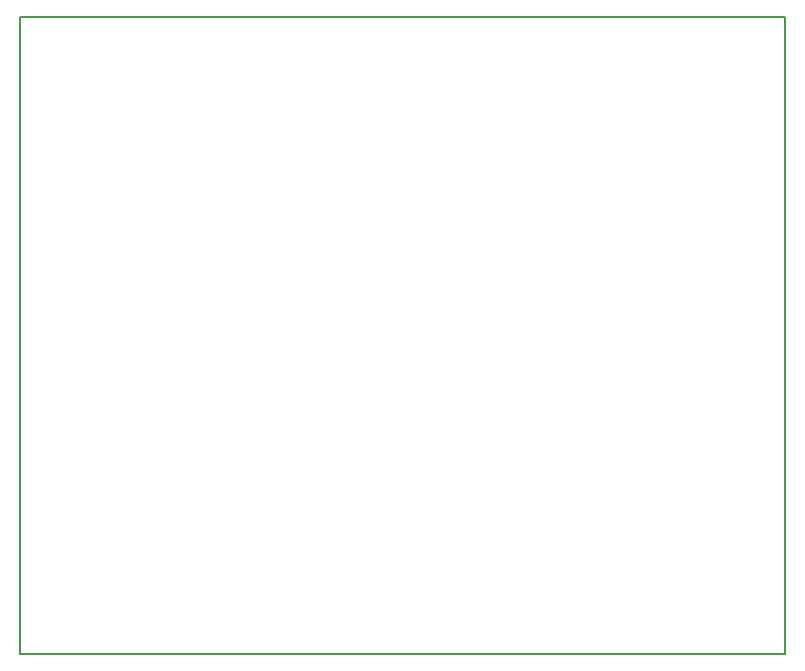
<source format=gbr>
G04 (created by PCBNEW (2013-jul-07)-stable) date Sat 20 Jun 2015 02:51:25 AM PDT*
%MOIN*%
G04 Gerber Fmt 3.4, Leading zero omitted, Abs format*
%FSLAX34Y34*%
G01*
G70*
G90*
G04 APERTURE LIST*
%ADD10C,0.00393701*%
%ADD11C,0.00590551*%
G04 APERTURE END LIST*
G54D10*
G54D11*
X29500Y17300D02*
X29500Y-3950D01*
X4000Y17300D02*
X29500Y17300D01*
X29500Y-3950D02*
X4000Y-3950D01*
X4000Y-3950D02*
X4000Y17300D01*
M02*

</source>
